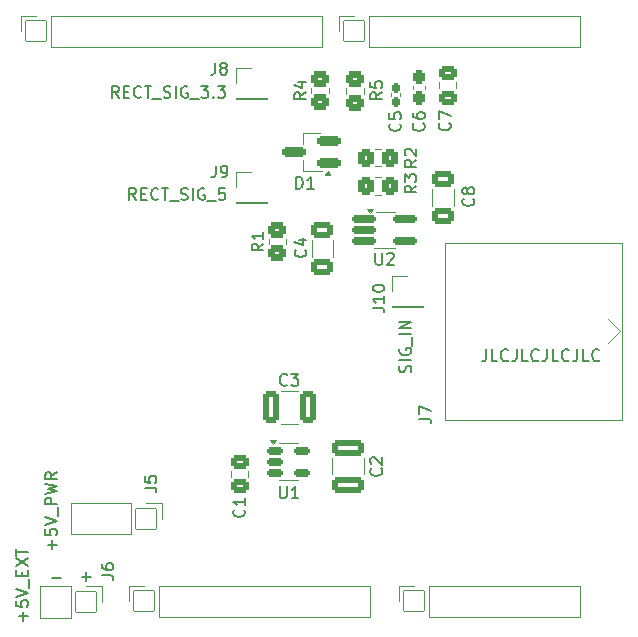
<source format=gto>
G04 #@! TF.GenerationSoftware,KiCad,Pcbnew,8.0.6*
G04 #@! TF.CreationDate,2024-12-04T19:19:15+01:00*
G04 #@! TF.ProjectId,Shield_Frequency_meter_STM32,53686965-6c64-45f4-9672-657175656e63,rev?*
G04 #@! TF.SameCoordinates,Original*
G04 #@! TF.FileFunction,Legend,Top*
G04 #@! TF.FilePolarity,Positive*
%FSLAX46Y46*%
G04 Gerber Fmt 4.6, Leading zero omitted, Abs format (unit mm)*
G04 Created by KiCad (PCBNEW 8.0.6) date 2024-12-04 19:19:15*
%MOMM*%
%LPD*%
G01*
G04 APERTURE LIST*
G04 Aperture macros list*
%AMRoundRect*
0 Rectangle with rounded corners*
0 $1 Rounding radius*
0 $2 $3 $4 $5 $6 $7 $8 $9 X,Y pos of 4 corners*
0 Add a 4 corners polygon primitive as box body*
4,1,4,$2,$3,$4,$5,$6,$7,$8,$9,$2,$3,0*
0 Add four circle primitives for the rounded corners*
1,1,$1+$1,$2,$3*
1,1,$1+$1,$4,$5*
1,1,$1+$1,$6,$7*
1,1,$1+$1,$8,$9*
0 Add four rect primitives between the rounded corners*
20,1,$1+$1,$2,$3,$4,$5,0*
20,1,$1+$1,$4,$5,$6,$7,0*
20,1,$1+$1,$6,$7,$8,$9,0*
20,1,$1+$1,$8,$9,$2,$3,0*%
G04 Aperture macros list end*
%ADD10C,0.153000*%
%ADD11C,0.120000*%
%ADD12RoundRect,0.038000X0.850000X-0.850000X0.850000X0.850000X-0.850000X0.850000X-0.850000X-0.850000X0*%
%ADD13O,1.776000X1.776000*%
%ADD14RoundRect,0.038000X-0.850000X0.850000X-0.850000X-0.850000X0.850000X-0.850000X0.850000X0.850000X0*%
%ADD15RoundRect,0.265833X0.472167X-0.372167X0.472167X0.372167X-0.472167X0.372167X-0.472167X-0.372167X0*%
%ADD16RoundRect,0.264339X-0.436161X-1.123661X0.436161X-1.123661X0.436161X1.123661X-0.436161X1.123661X0*%
%ADD17RoundRect,0.174000X-0.174000X0.231500X-0.174000X-0.231500X0.174000X-0.231500X0.174000X0.231500X0*%
%ADD18RoundRect,0.264339X-0.673661X0.436161X-0.673661X-0.436161X0.673661X-0.436161X0.673661X0.436161X0*%
%ADD19RoundRect,0.265833X-0.372167X-0.472167X0.372167X-0.472167X0.372167X0.472167X-0.372167X0.472167X0*%
%ADD20C,3.276000*%
%ADD21RoundRect,0.264339X-1.123661X0.436161X-1.123661X-0.436161X1.123661X-0.436161X1.123661X0.436161X0*%
%ADD22RoundRect,0.265833X0.372167X0.472167X-0.372167X0.472167X-0.372167X-0.472167X0.372167X-0.472167X0*%
%ADD23RoundRect,0.169000X-0.531500X-0.169000X0.531500X-0.169000X0.531500X0.169000X-0.531500X0.169000X0*%
%ADD24RoundRect,0.265833X-0.472167X0.372167X-0.472167X-0.372167X0.472167X-0.372167X0.472167X0.372167X0*%
%ADD25RoundRect,0.256500X-0.256500X0.319000X-0.256500X-0.319000X0.256500X-0.319000X0.256500X0.319000X0*%
%ADD26RoundRect,0.181500X-0.856500X-0.181500X0.856500X-0.181500X0.856500X0.181500X-0.856500X0.181500X0*%
%ADD27C,1.776000*%
%ADD28RoundRect,0.264339X0.673661X-0.436161X0.673661X0.436161X-0.673661X0.436161X-0.673661X-0.436161X0*%
%ADD29O,2.576000X1.676000*%
%ADD30O,7.076000X3.576000*%
%ADD31RoundRect,0.266170X-0.496830X0.359330X-0.496830X-0.359330X0.496830X-0.359330X0.496830X0.359330X0*%
%ADD32RoundRect,0.219000X0.769000X0.219000X-0.769000X0.219000X-0.769000X-0.219000X0.769000X-0.219000X0*%
G04 APERTURE END LIST*
D10*
X120138710Y-93061247D02*
X120138710Y-92299343D01*
X120519663Y-92680295D02*
X119757758Y-92680295D01*
X119519663Y-91346962D02*
X119519663Y-91823152D01*
X119519663Y-91823152D02*
X119995853Y-91870771D01*
X119995853Y-91870771D02*
X119948234Y-91823152D01*
X119948234Y-91823152D02*
X119900615Y-91727914D01*
X119900615Y-91727914D02*
X119900615Y-91489819D01*
X119900615Y-91489819D02*
X119948234Y-91394581D01*
X119948234Y-91394581D02*
X119995853Y-91346962D01*
X119995853Y-91346962D02*
X120091091Y-91299343D01*
X120091091Y-91299343D02*
X120329186Y-91299343D01*
X120329186Y-91299343D02*
X120424424Y-91346962D01*
X120424424Y-91346962D02*
X120472044Y-91394581D01*
X120472044Y-91394581D02*
X120519663Y-91489819D01*
X120519663Y-91489819D02*
X120519663Y-91727914D01*
X120519663Y-91727914D02*
X120472044Y-91823152D01*
X120472044Y-91823152D02*
X120424424Y-91870771D01*
X119519663Y-91013628D02*
X120519663Y-90680295D01*
X120519663Y-90680295D02*
X119519663Y-90346962D01*
X120614901Y-90251724D02*
X120614901Y-89489819D01*
X120519663Y-89251723D02*
X119519663Y-89251723D01*
X119519663Y-89251723D02*
X119519663Y-88870771D01*
X119519663Y-88870771D02*
X119567282Y-88775533D01*
X119567282Y-88775533D02*
X119614901Y-88727914D01*
X119614901Y-88727914D02*
X119710139Y-88680295D01*
X119710139Y-88680295D02*
X119852996Y-88680295D01*
X119852996Y-88680295D02*
X119948234Y-88727914D01*
X119948234Y-88727914D02*
X119995853Y-88775533D01*
X119995853Y-88775533D02*
X120043472Y-88870771D01*
X120043472Y-88870771D02*
X120043472Y-89251723D01*
X119519663Y-88346961D02*
X120519663Y-88108866D01*
X120519663Y-88108866D02*
X119805377Y-87918390D01*
X119805377Y-87918390D02*
X120519663Y-87727914D01*
X120519663Y-87727914D02*
X119519663Y-87489819D01*
X120519663Y-86537438D02*
X120043472Y-86870771D01*
X120519663Y-87108866D02*
X119519663Y-87108866D01*
X119519663Y-87108866D02*
X119519663Y-86727914D01*
X119519663Y-86727914D02*
X119567282Y-86632676D01*
X119567282Y-86632676D02*
X119614901Y-86585057D01*
X119614901Y-86585057D02*
X119710139Y-86537438D01*
X119710139Y-86537438D02*
X119852996Y-86537438D01*
X119852996Y-86537438D02*
X119948234Y-86585057D01*
X119948234Y-86585057D02*
X119995853Y-86632676D01*
X119995853Y-86632676D02*
X120043472Y-86727914D01*
X120043472Y-86727914D02*
X120043472Y-87108866D01*
X150472044Y-78058866D02*
X150519663Y-77916009D01*
X150519663Y-77916009D02*
X150519663Y-77677914D01*
X150519663Y-77677914D02*
X150472044Y-77582676D01*
X150472044Y-77582676D02*
X150424424Y-77535057D01*
X150424424Y-77535057D02*
X150329186Y-77487438D01*
X150329186Y-77487438D02*
X150233948Y-77487438D01*
X150233948Y-77487438D02*
X150138710Y-77535057D01*
X150138710Y-77535057D02*
X150091091Y-77582676D01*
X150091091Y-77582676D02*
X150043472Y-77677914D01*
X150043472Y-77677914D02*
X149995853Y-77868390D01*
X149995853Y-77868390D02*
X149948234Y-77963628D01*
X149948234Y-77963628D02*
X149900615Y-78011247D01*
X149900615Y-78011247D02*
X149805377Y-78058866D01*
X149805377Y-78058866D02*
X149710139Y-78058866D01*
X149710139Y-78058866D02*
X149614901Y-78011247D01*
X149614901Y-78011247D02*
X149567282Y-77963628D01*
X149567282Y-77963628D02*
X149519663Y-77868390D01*
X149519663Y-77868390D02*
X149519663Y-77630295D01*
X149519663Y-77630295D02*
X149567282Y-77487438D01*
X150519663Y-77058866D02*
X149519663Y-77058866D01*
X149567282Y-76058867D02*
X149519663Y-76154105D01*
X149519663Y-76154105D02*
X149519663Y-76296962D01*
X149519663Y-76296962D02*
X149567282Y-76439819D01*
X149567282Y-76439819D02*
X149662520Y-76535057D01*
X149662520Y-76535057D02*
X149757758Y-76582676D01*
X149757758Y-76582676D02*
X149948234Y-76630295D01*
X149948234Y-76630295D02*
X150091091Y-76630295D01*
X150091091Y-76630295D02*
X150281567Y-76582676D01*
X150281567Y-76582676D02*
X150376805Y-76535057D01*
X150376805Y-76535057D02*
X150472044Y-76439819D01*
X150472044Y-76439819D02*
X150519663Y-76296962D01*
X150519663Y-76296962D02*
X150519663Y-76201724D01*
X150519663Y-76201724D02*
X150472044Y-76058867D01*
X150472044Y-76058867D02*
X150424424Y-76011248D01*
X150424424Y-76011248D02*
X150091091Y-76011248D01*
X150091091Y-76011248D02*
X150091091Y-76201724D01*
X150614901Y-75820772D02*
X150614901Y-75058867D01*
X150519663Y-74820771D02*
X149519663Y-74820771D01*
X150519663Y-74344581D02*
X149519663Y-74344581D01*
X149519663Y-74344581D02*
X150519663Y-73773153D01*
X150519663Y-73773153D02*
X149519663Y-73773153D01*
X127210180Y-63469663D02*
X126876847Y-62993472D01*
X126638752Y-63469663D02*
X126638752Y-62469663D01*
X126638752Y-62469663D02*
X127019704Y-62469663D01*
X127019704Y-62469663D02*
X127114942Y-62517282D01*
X127114942Y-62517282D02*
X127162561Y-62564901D01*
X127162561Y-62564901D02*
X127210180Y-62660139D01*
X127210180Y-62660139D02*
X127210180Y-62802996D01*
X127210180Y-62802996D02*
X127162561Y-62898234D01*
X127162561Y-62898234D02*
X127114942Y-62945853D01*
X127114942Y-62945853D02*
X127019704Y-62993472D01*
X127019704Y-62993472D02*
X126638752Y-62993472D01*
X127638752Y-62945853D02*
X127972085Y-62945853D01*
X128114942Y-63469663D02*
X127638752Y-63469663D01*
X127638752Y-63469663D02*
X127638752Y-62469663D01*
X127638752Y-62469663D02*
X128114942Y-62469663D01*
X129114942Y-63374424D02*
X129067323Y-63422044D01*
X129067323Y-63422044D02*
X128924466Y-63469663D01*
X128924466Y-63469663D02*
X128829228Y-63469663D01*
X128829228Y-63469663D02*
X128686371Y-63422044D01*
X128686371Y-63422044D02*
X128591133Y-63326805D01*
X128591133Y-63326805D02*
X128543514Y-63231567D01*
X128543514Y-63231567D02*
X128495895Y-63041091D01*
X128495895Y-63041091D02*
X128495895Y-62898234D01*
X128495895Y-62898234D02*
X128543514Y-62707758D01*
X128543514Y-62707758D02*
X128591133Y-62612520D01*
X128591133Y-62612520D02*
X128686371Y-62517282D01*
X128686371Y-62517282D02*
X128829228Y-62469663D01*
X128829228Y-62469663D02*
X128924466Y-62469663D01*
X128924466Y-62469663D02*
X129067323Y-62517282D01*
X129067323Y-62517282D02*
X129114942Y-62564901D01*
X129400657Y-62469663D02*
X129972085Y-62469663D01*
X129686371Y-63469663D02*
X129686371Y-62469663D01*
X130067324Y-63564901D02*
X130829228Y-63564901D01*
X131019705Y-63422044D02*
X131162562Y-63469663D01*
X131162562Y-63469663D02*
X131400657Y-63469663D01*
X131400657Y-63469663D02*
X131495895Y-63422044D01*
X131495895Y-63422044D02*
X131543514Y-63374424D01*
X131543514Y-63374424D02*
X131591133Y-63279186D01*
X131591133Y-63279186D02*
X131591133Y-63183948D01*
X131591133Y-63183948D02*
X131543514Y-63088710D01*
X131543514Y-63088710D02*
X131495895Y-63041091D01*
X131495895Y-63041091D02*
X131400657Y-62993472D01*
X131400657Y-62993472D02*
X131210181Y-62945853D01*
X131210181Y-62945853D02*
X131114943Y-62898234D01*
X131114943Y-62898234D02*
X131067324Y-62850615D01*
X131067324Y-62850615D02*
X131019705Y-62755377D01*
X131019705Y-62755377D02*
X131019705Y-62660139D01*
X131019705Y-62660139D02*
X131067324Y-62564901D01*
X131067324Y-62564901D02*
X131114943Y-62517282D01*
X131114943Y-62517282D02*
X131210181Y-62469663D01*
X131210181Y-62469663D02*
X131448276Y-62469663D01*
X131448276Y-62469663D02*
X131591133Y-62517282D01*
X132019705Y-63469663D02*
X132019705Y-62469663D01*
X133019704Y-62517282D02*
X132924466Y-62469663D01*
X132924466Y-62469663D02*
X132781609Y-62469663D01*
X132781609Y-62469663D02*
X132638752Y-62517282D01*
X132638752Y-62517282D02*
X132543514Y-62612520D01*
X132543514Y-62612520D02*
X132495895Y-62707758D01*
X132495895Y-62707758D02*
X132448276Y-62898234D01*
X132448276Y-62898234D02*
X132448276Y-63041091D01*
X132448276Y-63041091D02*
X132495895Y-63231567D01*
X132495895Y-63231567D02*
X132543514Y-63326805D01*
X132543514Y-63326805D02*
X132638752Y-63422044D01*
X132638752Y-63422044D02*
X132781609Y-63469663D01*
X132781609Y-63469663D02*
X132876847Y-63469663D01*
X132876847Y-63469663D02*
X133019704Y-63422044D01*
X133019704Y-63422044D02*
X133067323Y-63374424D01*
X133067323Y-63374424D02*
X133067323Y-63041091D01*
X133067323Y-63041091D02*
X132876847Y-63041091D01*
X133257800Y-63564901D02*
X134019704Y-63564901D01*
X134733990Y-62469663D02*
X134257800Y-62469663D01*
X134257800Y-62469663D02*
X134210181Y-62945853D01*
X134210181Y-62945853D02*
X134257800Y-62898234D01*
X134257800Y-62898234D02*
X134353038Y-62850615D01*
X134353038Y-62850615D02*
X134591133Y-62850615D01*
X134591133Y-62850615D02*
X134686371Y-62898234D01*
X134686371Y-62898234D02*
X134733990Y-62945853D01*
X134733990Y-62945853D02*
X134781609Y-63041091D01*
X134781609Y-63041091D02*
X134781609Y-63279186D01*
X134781609Y-63279186D02*
X134733990Y-63374424D01*
X134733990Y-63374424D02*
X134686371Y-63422044D01*
X134686371Y-63422044D02*
X134591133Y-63469663D01*
X134591133Y-63469663D02*
X134353038Y-63469663D01*
X134353038Y-63469663D02*
X134257800Y-63422044D01*
X134257800Y-63422044D02*
X134210181Y-63374424D01*
X156874466Y-76119663D02*
X156874466Y-76833948D01*
X156874466Y-76833948D02*
X156826847Y-76976805D01*
X156826847Y-76976805D02*
X156731609Y-77072044D01*
X156731609Y-77072044D02*
X156588752Y-77119663D01*
X156588752Y-77119663D02*
X156493514Y-77119663D01*
X157826847Y-77119663D02*
X157350657Y-77119663D01*
X157350657Y-77119663D02*
X157350657Y-76119663D01*
X158731609Y-77024424D02*
X158683990Y-77072044D01*
X158683990Y-77072044D02*
X158541133Y-77119663D01*
X158541133Y-77119663D02*
X158445895Y-77119663D01*
X158445895Y-77119663D02*
X158303038Y-77072044D01*
X158303038Y-77072044D02*
X158207800Y-76976805D01*
X158207800Y-76976805D02*
X158160181Y-76881567D01*
X158160181Y-76881567D02*
X158112562Y-76691091D01*
X158112562Y-76691091D02*
X158112562Y-76548234D01*
X158112562Y-76548234D02*
X158160181Y-76357758D01*
X158160181Y-76357758D02*
X158207800Y-76262520D01*
X158207800Y-76262520D02*
X158303038Y-76167282D01*
X158303038Y-76167282D02*
X158445895Y-76119663D01*
X158445895Y-76119663D02*
X158541133Y-76119663D01*
X158541133Y-76119663D02*
X158683990Y-76167282D01*
X158683990Y-76167282D02*
X158731609Y-76214901D01*
X159445895Y-76119663D02*
X159445895Y-76833948D01*
X159445895Y-76833948D02*
X159398276Y-76976805D01*
X159398276Y-76976805D02*
X159303038Y-77072044D01*
X159303038Y-77072044D02*
X159160181Y-77119663D01*
X159160181Y-77119663D02*
X159064943Y-77119663D01*
X160398276Y-77119663D02*
X159922086Y-77119663D01*
X159922086Y-77119663D02*
X159922086Y-76119663D01*
X161303038Y-77024424D02*
X161255419Y-77072044D01*
X161255419Y-77072044D02*
X161112562Y-77119663D01*
X161112562Y-77119663D02*
X161017324Y-77119663D01*
X161017324Y-77119663D02*
X160874467Y-77072044D01*
X160874467Y-77072044D02*
X160779229Y-76976805D01*
X160779229Y-76976805D02*
X160731610Y-76881567D01*
X160731610Y-76881567D02*
X160683991Y-76691091D01*
X160683991Y-76691091D02*
X160683991Y-76548234D01*
X160683991Y-76548234D02*
X160731610Y-76357758D01*
X160731610Y-76357758D02*
X160779229Y-76262520D01*
X160779229Y-76262520D02*
X160874467Y-76167282D01*
X160874467Y-76167282D02*
X161017324Y-76119663D01*
X161017324Y-76119663D02*
X161112562Y-76119663D01*
X161112562Y-76119663D02*
X161255419Y-76167282D01*
X161255419Y-76167282D02*
X161303038Y-76214901D01*
X162017324Y-76119663D02*
X162017324Y-76833948D01*
X162017324Y-76833948D02*
X161969705Y-76976805D01*
X161969705Y-76976805D02*
X161874467Y-77072044D01*
X161874467Y-77072044D02*
X161731610Y-77119663D01*
X161731610Y-77119663D02*
X161636372Y-77119663D01*
X162969705Y-77119663D02*
X162493515Y-77119663D01*
X162493515Y-77119663D02*
X162493515Y-76119663D01*
X163874467Y-77024424D02*
X163826848Y-77072044D01*
X163826848Y-77072044D02*
X163683991Y-77119663D01*
X163683991Y-77119663D02*
X163588753Y-77119663D01*
X163588753Y-77119663D02*
X163445896Y-77072044D01*
X163445896Y-77072044D02*
X163350658Y-76976805D01*
X163350658Y-76976805D02*
X163303039Y-76881567D01*
X163303039Y-76881567D02*
X163255420Y-76691091D01*
X163255420Y-76691091D02*
X163255420Y-76548234D01*
X163255420Y-76548234D02*
X163303039Y-76357758D01*
X163303039Y-76357758D02*
X163350658Y-76262520D01*
X163350658Y-76262520D02*
X163445896Y-76167282D01*
X163445896Y-76167282D02*
X163588753Y-76119663D01*
X163588753Y-76119663D02*
X163683991Y-76119663D01*
X163683991Y-76119663D02*
X163826848Y-76167282D01*
X163826848Y-76167282D02*
X163874467Y-76214901D01*
X164588753Y-76119663D02*
X164588753Y-76833948D01*
X164588753Y-76833948D02*
X164541134Y-76976805D01*
X164541134Y-76976805D02*
X164445896Y-77072044D01*
X164445896Y-77072044D02*
X164303039Y-77119663D01*
X164303039Y-77119663D02*
X164207801Y-77119663D01*
X165541134Y-77119663D02*
X165064944Y-77119663D01*
X165064944Y-77119663D02*
X165064944Y-76119663D01*
X166445896Y-77024424D02*
X166398277Y-77072044D01*
X166398277Y-77072044D02*
X166255420Y-77119663D01*
X166255420Y-77119663D02*
X166160182Y-77119663D01*
X166160182Y-77119663D02*
X166017325Y-77072044D01*
X166017325Y-77072044D02*
X165922087Y-76976805D01*
X165922087Y-76976805D02*
X165874468Y-76881567D01*
X165874468Y-76881567D02*
X165826849Y-76691091D01*
X165826849Y-76691091D02*
X165826849Y-76548234D01*
X165826849Y-76548234D02*
X165874468Y-76357758D01*
X165874468Y-76357758D02*
X165922087Y-76262520D01*
X165922087Y-76262520D02*
X166017325Y-76167282D01*
X166017325Y-76167282D02*
X166160182Y-76119663D01*
X166160182Y-76119663D02*
X166255420Y-76119663D01*
X166255420Y-76119663D02*
X166398277Y-76167282D01*
X166398277Y-76167282D02*
X166445896Y-76214901D01*
X120088752Y-95488710D02*
X120850657Y-95488710D01*
X117688710Y-99111247D02*
X117688710Y-98349343D01*
X118069663Y-98730295D02*
X117307758Y-98730295D01*
X117069663Y-97396962D02*
X117069663Y-97873152D01*
X117069663Y-97873152D02*
X117545853Y-97920771D01*
X117545853Y-97920771D02*
X117498234Y-97873152D01*
X117498234Y-97873152D02*
X117450615Y-97777914D01*
X117450615Y-97777914D02*
X117450615Y-97539819D01*
X117450615Y-97539819D02*
X117498234Y-97444581D01*
X117498234Y-97444581D02*
X117545853Y-97396962D01*
X117545853Y-97396962D02*
X117641091Y-97349343D01*
X117641091Y-97349343D02*
X117879186Y-97349343D01*
X117879186Y-97349343D02*
X117974424Y-97396962D01*
X117974424Y-97396962D02*
X118022044Y-97444581D01*
X118022044Y-97444581D02*
X118069663Y-97539819D01*
X118069663Y-97539819D02*
X118069663Y-97777914D01*
X118069663Y-97777914D02*
X118022044Y-97873152D01*
X118022044Y-97873152D02*
X117974424Y-97920771D01*
X117069663Y-97063628D02*
X118069663Y-96730295D01*
X118069663Y-96730295D02*
X117069663Y-96396962D01*
X118164901Y-96301724D02*
X118164901Y-95539819D01*
X117545853Y-95301723D02*
X117545853Y-94968390D01*
X118069663Y-94825533D02*
X118069663Y-95301723D01*
X118069663Y-95301723D02*
X117069663Y-95301723D01*
X117069663Y-95301723D02*
X117069663Y-94825533D01*
X117069663Y-94492199D02*
X118069663Y-93825533D01*
X117069663Y-93825533D02*
X118069663Y-94492199D01*
X117069663Y-93587437D02*
X117069663Y-93016009D01*
X118069663Y-93301723D02*
X117069663Y-93301723D01*
X125760180Y-54819663D02*
X125426847Y-54343472D01*
X125188752Y-54819663D02*
X125188752Y-53819663D01*
X125188752Y-53819663D02*
X125569704Y-53819663D01*
X125569704Y-53819663D02*
X125664942Y-53867282D01*
X125664942Y-53867282D02*
X125712561Y-53914901D01*
X125712561Y-53914901D02*
X125760180Y-54010139D01*
X125760180Y-54010139D02*
X125760180Y-54152996D01*
X125760180Y-54152996D02*
X125712561Y-54248234D01*
X125712561Y-54248234D02*
X125664942Y-54295853D01*
X125664942Y-54295853D02*
X125569704Y-54343472D01*
X125569704Y-54343472D02*
X125188752Y-54343472D01*
X126188752Y-54295853D02*
X126522085Y-54295853D01*
X126664942Y-54819663D02*
X126188752Y-54819663D01*
X126188752Y-54819663D02*
X126188752Y-53819663D01*
X126188752Y-53819663D02*
X126664942Y-53819663D01*
X127664942Y-54724424D02*
X127617323Y-54772044D01*
X127617323Y-54772044D02*
X127474466Y-54819663D01*
X127474466Y-54819663D02*
X127379228Y-54819663D01*
X127379228Y-54819663D02*
X127236371Y-54772044D01*
X127236371Y-54772044D02*
X127141133Y-54676805D01*
X127141133Y-54676805D02*
X127093514Y-54581567D01*
X127093514Y-54581567D02*
X127045895Y-54391091D01*
X127045895Y-54391091D02*
X127045895Y-54248234D01*
X127045895Y-54248234D02*
X127093514Y-54057758D01*
X127093514Y-54057758D02*
X127141133Y-53962520D01*
X127141133Y-53962520D02*
X127236371Y-53867282D01*
X127236371Y-53867282D02*
X127379228Y-53819663D01*
X127379228Y-53819663D02*
X127474466Y-53819663D01*
X127474466Y-53819663D02*
X127617323Y-53867282D01*
X127617323Y-53867282D02*
X127664942Y-53914901D01*
X127950657Y-53819663D02*
X128522085Y-53819663D01*
X128236371Y-54819663D02*
X128236371Y-53819663D01*
X128617324Y-54914901D02*
X129379228Y-54914901D01*
X129569705Y-54772044D02*
X129712562Y-54819663D01*
X129712562Y-54819663D02*
X129950657Y-54819663D01*
X129950657Y-54819663D02*
X130045895Y-54772044D01*
X130045895Y-54772044D02*
X130093514Y-54724424D01*
X130093514Y-54724424D02*
X130141133Y-54629186D01*
X130141133Y-54629186D02*
X130141133Y-54533948D01*
X130141133Y-54533948D02*
X130093514Y-54438710D01*
X130093514Y-54438710D02*
X130045895Y-54391091D01*
X130045895Y-54391091D02*
X129950657Y-54343472D01*
X129950657Y-54343472D02*
X129760181Y-54295853D01*
X129760181Y-54295853D02*
X129664943Y-54248234D01*
X129664943Y-54248234D02*
X129617324Y-54200615D01*
X129617324Y-54200615D02*
X129569705Y-54105377D01*
X129569705Y-54105377D02*
X129569705Y-54010139D01*
X129569705Y-54010139D02*
X129617324Y-53914901D01*
X129617324Y-53914901D02*
X129664943Y-53867282D01*
X129664943Y-53867282D02*
X129760181Y-53819663D01*
X129760181Y-53819663D02*
X129998276Y-53819663D01*
X129998276Y-53819663D02*
X130141133Y-53867282D01*
X130569705Y-54819663D02*
X130569705Y-53819663D01*
X131569704Y-53867282D02*
X131474466Y-53819663D01*
X131474466Y-53819663D02*
X131331609Y-53819663D01*
X131331609Y-53819663D02*
X131188752Y-53867282D01*
X131188752Y-53867282D02*
X131093514Y-53962520D01*
X131093514Y-53962520D02*
X131045895Y-54057758D01*
X131045895Y-54057758D02*
X130998276Y-54248234D01*
X130998276Y-54248234D02*
X130998276Y-54391091D01*
X130998276Y-54391091D02*
X131045895Y-54581567D01*
X131045895Y-54581567D02*
X131093514Y-54676805D01*
X131093514Y-54676805D02*
X131188752Y-54772044D01*
X131188752Y-54772044D02*
X131331609Y-54819663D01*
X131331609Y-54819663D02*
X131426847Y-54819663D01*
X131426847Y-54819663D02*
X131569704Y-54772044D01*
X131569704Y-54772044D02*
X131617323Y-54724424D01*
X131617323Y-54724424D02*
X131617323Y-54391091D01*
X131617323Y-54391091D02*
X131426847Y-54391091D01*
X131807800Y-54914901D02*
X132569704Y-54914901D01*
X132712562Y-53819663D02*
X133331609Y-53819663D01*
X133331609Y-53819663D02*
X132998276Y-54200615D01*
X132998276Y-54200615D02*
X133141133Y-54200615D01*
X133141133Y-54200615D02*
X133236371Y-54248234D01*
X133236371Y-54248234D02*
X133283990Y-54295853D01*
X133283990Y-54295853D02*
X133331609Y-54391091D01*
X133331609Y-54391091D02*
X133331609Y-54629186D01*
X133331609Y-54629186D02*
X133283990Y-54724424D01*
X133283990Y-54724424D02*
X133236371Y-54772044D01*
X133236371Y-54772044D02*
X133141133Y-54819663D01*
X133141133Y-54819663D02*
X132855419Y-54819663D01*
X132855419Y-54819663D02*
X132760181Y-54772044D01*
X132760181Y-54772044D02*
X132712562Y-54724424D01*
X133760181Y-54724424D02*
X133807800Y-54772044D01*
X133807800Y-54772044D02*
X133760181Y-54819663D01*
X133760181Y-54819663D02*
X133712562Y-54772044D01*
X133712562Y-54772044D02*
X133760181Y-54724424D01*
X133760181Y-54724424D02*
X133760181Y-54819663D01*
X134141133Y-53819663D02*
X134760180Y-53819663D01*
X134760180Y-53819663D02*
X134426847Y-54200615D01*
X134426847Y-54200615D02*
X134569704Y-54200615D01*
X134569704Y-54200615D02*
X134664942Y-54248234D01*
X134664942Y-54248234D02*
X134712561Y-54295853D01*
X134712561Y-54295853D02*
X134760180Y-54391091D01*
X134760180Y-54391091D02*
X134760180Y-54629186D01*
X134760180Y-54629186D02*
X134712561Y-54724424D01*
X134712561Y-54724424D02*
X134664942Y-54772044D01*
X134664942Y-54772044D02*
X134569704Y-54819663D01*
X134569704Y-54819663D02*
X134283990Y-54819663D01*
X134283990Y-54819663D02*
X134188752Y-54772044D01*
X134188752Y-54772044D02*
X134141133Y-54724424D01*
X122638752Y-95388710D02*
X123400657Y-95388710D01*
X123019704Y-95769663D02*
X123019704Y-95007758D01*
X124304663Y-95233333D02*
X125018948Y-95233333D01*
X125018948Y-95233333D02*
X125161805Y-95280952D01*
X125161805Y-95280952D02*
X125257044Y-95376190D01*
X125257044Y-95376190D02*
X125304663Y-95519047D01*
X125304663Y-95519047D02*
X125304663Y-95614285D01*
X124304663Y-94328571D02*
X124304663Y-94519047D01*
X124304663Y-94519047D02*
X124352282Y-94614285D01*
X124352282Y-94614285D02*
X124399901Y-94661904D01*
X124399901Y-94661904D02*
X124542758Y-94757142D01*
X124542758Y-94757142D02*
X124733234Y-94804761D01*
X124733234Y-94804761D02*
X125114186Y-94804761D01*
X125114186Y-94804761D02*
X125209424Y-94757142D01*
X125209424Y-94757142D02*
X125257044Y-94709523D01*
X125257044Y-94709523D02*
X125304663Y-94614285D01*
X125304663Y-94614285D02*
X125304663Y-94423809D01*
X125304663Y-94423809D02*
X125257044Y-94328571D01*
X125257044Y-94328571D02*
X125209424Y-94280952D01*
X125209424Y-94280952D02*
X125114186Y-94233333D01*
X125114186Y-94233333D02*
X124876091Y-94233333D01*
X124876091Y-94233333D02*
X124780853Y-94280952D01*
X124780853Y-94280952D02*
X124733234Y-94328571D01*
X124733234Y-94328571D02*
X124685615Y-94423809D01*
X124685615Y-94423809D02*
X124685615Y-94614285D01*
X124685615Y-94614285D02*
X124733234Y-94709523D01*
X124733234Y-94709523D02*
X124780853Y-94757142D01*
X124780853Y-94757142D02*
X124876091Y-94804761D01*
X141604663Y-54366666D02*
X141128472Y-54699999D01*
X141604663Y-54938094D02*
X140604663Y-54938094D01*
X140604663Y-54938094D02*
X140604663Y-54557142D01*
X140604663Y-54557142D02*
X140652282Y-54461904D01*
X140652282Y-54461904D02*
X140699901Y-54414285D01*
X140699901Y-54414285D02*
X140795139Y-54366666D01*
X140795139Y-54366666D02*
X140937996Y-54366666D01*
X140937996Y-54366666D02*
X141033234Y-54414285D01*
X141033234Y-54414285D02*
X141080853Y-54461904D01*
X141080853Y-54461904D02*
X141128472Y-54557142D01*
X141128472Y-54557142D02*
X141128472Y-54938094D01*
X140937996Y-53509523D02*
X141604663Y-53509523D01*
X140557044Y-53747618D02*
X141271329Y-53985713D01*
X141271329Y-53985713D02*
X141271329Y-53366666D01*
X140020833Y-79096924D02*
X139973214Y-79144544D01*
X139973214Y-79144544D02*
X139830357Y-79192163D01*
X139830357Y-79192163D02*
X139735119Y-79192163D01*
X139735119Y-79192163D02*
X139592262Y-79144544D01*
X139592262Y-79144544D02*
X139497024Y-79049305D01*
X139497024Y-79049305D02*
X139449405Y-78954067D01*
X139449405Y-78954067D02*
X139401786Y-78763591D01*
X139401786Y-78763591D02*
X139401786Y-78620734D01*
X139401786Y-78620734D02*
X139449405Y-78430258D01*
X139449405Y-78430258D02*
X139497024Y-78335020D01*
X139497024Y-78335020D02*
X139592262Y-78239782D01*
X139592262Y-78239782D02*
X139735119Y-78192163D01*
X139735119Y-78192163D02*
X139830357Y-78192163D01*
X139830357Y-78192163D02*
X139973214Y-78239782D01*
X139973214Y-78239782D02*
X140020833Y-78287401D01*
X140354167Y-78192163D02*
X140973214Y-78192163D01*
X140973214Y-78192163D02*
X140639881Y-78573115D01*
X140639881Y-78573115D02*
X140782738Y-78573115D01*
X140782738Y-78573115D02*
X140877976Y-78620734D01*
X140877976Y-78620734D02*
X140925595Y-78668353D01*
X140925595Y-78668353D02*
X140973214Y-78763591D01*
X140973214Y-78763591D02*
X140973214Y-79001686D01*
X140973214Y-79001686D02*
X140925595Y-79096924D01*
X140925595Y-79096924D02*
X140877976Y-79144544D01*
X140877976Y-79144544D02*
X140782738Y-79192163D01*
X140782738Y-79192163D02*
X140497024Y-79192163D01*
X140497024Y-79192163D02*
X140401786Y-79144544D01*
X140401786Y-79144544D02*
X140354167Y-79096924D01*
X149559424Y-57016666D02*
X149607044Y-57064285D01*
X149607044Y-57064285D02*
X149654663Y-57207142D01*
X149654663Y-57207142D02*
X149654663Y-57302380D01*
X149654663Y-57302380D02*
X149607044Y-57445237D01*
X149607044Y-57445237D02*
X149511805Y-57540475D01*
X149511805Y-57540475D02*
X149416567Y-57588094D01*
X149416567Y-57588094D02*
X149226091Y-57635713D01*
X149226091Y-57635713D02*
X149083234Y-57635713D01*
X149083234Y-57635713D02*
X148892758Y-57588094D01*
X148892758Y-57588094D02*
X148797520Y-57540475D01*
X148797520Y-57540475D02*
X148702282Y-57445237D01*
X148702282Y-57445237D02*
X148654663Y-57302380D01*
X148654663Y-57302380D02*
X148654663Y-57207142D01*
X148654663Y-57207142D02*
X148702282Y-57064285D01*
X148702282Y-57064285D02*
X148749901Y-57016666D01*
X148654663Y-56111904D02*
X148654663Y-56588094D01*
X148654663Y-56588094D02*
X149130853Y-56635713D01*
X149130853Y-56635713D02*
X149083234Y-56588094D01*
X149083234Y-56588094D02*
X149035615Y-56492856D01*
X149035615Y-56492856D02*
X149035615Y-56254761D01*
X149035615Y-56254761D02*
X149083234Y-56159523D01*
X149083234Y-56159523D02*
X149130853Y-56111904D01*
X149130853Y-56111904D02*
X149226091Y-56064285D01*
X149226091Y-56064285D02*
X149464186Y-56064285D01*
X149464186Y-56064285D02*
X149559424Y-56111904D01*
X149559424Y-56111904D02*
X149607044Y-56159523D01*
X149607044Y-56159523D02*
X149654663Y-56254761D01*
X149654663Y-56254761D02*
X149654663Y-56492856D01*
X149654663Y-56492856D02*
X149607044Y-56588094D01*
X149607044Y-56588094D02*
X149559424Y-56635713D01*
X141559424Y-67679166D02*
X141607044Y-67726785D01*
X141607044Y-67726785D02*
X141654663Y-67869642D01*
X141654663Y-67869642D02*
X141654663Y-67964880D01*
X141654663Y-67964880D02*
X141607044Y-68107737D01*
X141607044Y-68107737D02*
X141511805Y-68202975D01*
X141511805Y-68202975D02*
X141416567Y-68250594D01*
X141416567Y-68250594D02*
X141226091Y-68298213D01*
X141226091Y-68298213D02*
X141083234Y-68298213D01*
X141083234Y-68298213D02*
X140892758Y-68250594D01*
X140892758Y-68250594D02*
X140797520Y-68202975D01*
X140797520Y-68202975D02*
X140702282Y-68107737D01*
X140702282Y-68107737D02*
X140654663Y-67964880D01*
X140654663Y-67964880D02*
X140654663Y-67869642D01*
X140654663Y-67869642D02*
X140702282Y-67726785D01*
X140702282Y-67726785D02*
X140749901Y-67679166D01*
X140987996Y-66822023D02*
X141654663Y-66822023D01*
X140607044Y-67060118D02*
X141321329Y-67298213D01*
X141321329Y-67298213D02*
X141321329Y-66679166D01*
X150954663Y-62266666D02*
X150478472Y-62599999D01*
X150954663Y-62838094D02*
X149954663Y-62838094D01*
X149954663Y-62838094D02*
X149954663Y-62457142D01*
X149954663Y-62457142D02*
X150002282Y-62361904D01*
X150002282Y-62361904D02*
X150049901Y-62314285D01*
X150049901Y-62314285D02*
X150145139Y-62266666D01*
X150145139Y-62266666D02*
X150287996Y-62266666D01*
X150287996Y-62266666D02*
X150383234Y-62314285D01*
X150383234Y-62314285D02*
X150430853Y-62361904D01*
X150430853Y-62361904D02*
X150478472Y-62457142D01*
X150478472Y-62457142D02*
X150478472Y-62838094D01*
X149954663Y-61933332D02*
X149954663Y-61314285D01*
X149954663Y-61314285D02*
X150335615Y-61647618D01*
X150335615Y-61647618D02*
X150335615Y-61504761D01*
X150335615Y-61504761D02*
X150383234Y-61409523D01*
X150383234Y-61409523D02*
X150430853Y-61361904D01*
X150430853Y-61361904D02*
X150526091Y-61314285D01*
X150526091Y-61314285D02*
X150764186Y-61314285D01*
X150764186Y-61314285D02*
X150859424Y-61361904D01*
X150859424Y-61361904D02*
X150907044Y-61409523D01*
X150907044Y-61409523D02*
X150954663Y-61504761D01*
X150954663Y-61504761D02*
X150954663Y-61790475D01*
X150954663Y-61790475D02*
X150907044Y-61885713D01*
X150907044Y-61885713D02*
X150859424Y-61933332D01*
X147959424Y-86204166D02*
X148007044Y-86251785D01*
X148007044Y-86251785D02*
X148054663Y-86394642D01*
X148054663Y-86394642D02*
X148054663Y-86489880D01*
X148054663Y-86489880D02*
X148007044Y-86632737D01*
X148007044Y-86632737D02*
X147911805Y-86727975D01*
X147911805Y-86727975D02*
X147816567Y-86775594D01*
X147816567Y-86775594D02*
X147626091Y-86823213D01*
X147626091Y-86823213D02*
X147483234Y-86823213D01*
X147483234Y-86823213D02*
X147292758Y-86775594D01*
X147292758Y-86775594D02*
X147197520Y-86727975D01*
X147197520Y-86727975D02*
X147102282Y-86632737D01*
X147102282Y-86632737D02*
X147054663Y-86489880D01*
X147054663Y-86489880D02*
X147054663Y-86394642D01*
X147054663Y-86394642D02*
X147102282Y-86251785D01*
X147102282Y-86251785D02*
X147149901Y-86204166D01*
X147149901Y-85823213D02*
X147102282Y-85775594D01*
X147102282Y-85775594D02*
X147054663Y-85680356D01*
X147054663Y-85680356D02*
X147054663Y-85442261D01*
X147054663Y-85442261D02*
X147102282Y-85347023D01*
X147102282Y-85347023D02*
X147149901Y-85299404D01*
X147149901Y-85299404D02*
X147245139Y-85251785D01*
X147245139Y-85251785D02*
X147340377Y-85251785D01*
X147340377Y-85251785D02*
X147483234Y-85299404D01*
X147483234Y-85299404D02*
X148054663Y-85870832D01*
X148054663Y-85870832D02*
X148054663Y-85251785D01*
X150954663Y-60066666D02*
X150478472Y-60399999D01*
X150954663Y-60638094D02*
X149954663Y-60638094D01*
X149954663Y-60638094D02*
X149954663Y-60257142D01*
X149954663Y-60257142D02*
X150002282Y-60161904D01*
X150002282Y-60161904D02*
X150049901Y-60114285D01*
X150049901Y-60114285D02*
X150145139Y-60066666D01*
X150145139Y-60066666D02*
X150287996Y-60066666D01*
X150287996Y-60066666D02*
X150383234Y-60114285D01*
X150383234Y-60114285D02*
X150430853Y-60161904D01*
X150430853Y-60161904D02*
X150478472Y-60257142D01*
X150478472Y-60257142D02*
X150478472Y-60638094D01*
X150049901Y-59685713D02*
X150002282Y-59638094D01*
X150002282Y-59638094D02*
X149954663Y-59542856D01*
X149954663Y-59542856D02*
X149954663Y-59304761D01*
X149954663Y-59304761D02*
X150002282Y-59209523D01*
X150002282Y-59209523D02*
X150049901Y-59161904D01*
X150049901Y-59161904D02*
X150145139Y-59114285D01*
X150145139Y-59114285D02*
X150240377Y-59114285D01*
X150240377Y-59114285D02*
X150383234Y-59161904D01*
X150383234Y-59161904D02*
X150954663Y-59733332D01*
X150954663Y-59733332D02*
X150954663Y-59114285D01*
X139400595Y-87717163D02*
X139400595Y-88526686D01*
X139400595Y-88526686D02*
X139448214Y-88621924D01*
X139448214Y-88621924D02*
X139495833Y-88669544D01*
X139495833Y-88669544D02*
X139591071Y-88717163D01*
X139591071Y-88717163D02*
X139781547Y-88717163D01*
X139781547Y-88717163D02*
X139876785Y-88669544D01*
X139876785Y-88669544D02*
X139924404Y-88621924D01*
X139924404Y-88621924D02*
X139972023Y-88526686D01*
X139972023Y-88526686D02*
X139972023Y-87717163D01*
X140972023Y-88717163D02*
X140400595Y-88717163D01*
X140686309Y-88717163D02*
X140686309Y-87717163D01*
X140686309Y-87717163D02*
X140591071Y-87860020D01*
X140591071Y-87860020D02*
X140495833Y-87955258D01*
X140495833Y-87955258D02*
X140400595Y-88002877D01*
X148054663Y-54366666D02*
X147578472Y-54699999D01*
X148054663Y-54938094D02*
X147054663Y-54938094D01*
X147054663Y-54938094D02*
X147054663Y-54557142D01*
X147054663Y-54557142D02*
X147102282Y-54461904D01*
X147102282Y-54461904D02*
X147149901Y-54414285D01*
X147149901Y-54414285D02*
X147245139Y-54366666D01*
X147245139Y-54366666D02*
X147387996Y-54366666D01*
X147387996Y-54366666D02*
X147483234Y-54414285D01*
X147483234Y-54414285D02*
X147530853Y-54461904D01*
X147530853Y-54461904D02*
X147578472Y-54557142D01*
X147578472Y-54557142D02*
X147578472Y-54938094D01*
X147054663Y-53461904D02*
X147054663Y-53938094D01*
X147054663Y-53938094D02*
X147530853Y-53985713D01*
X147530853Y-53985713D02*
X147483234Y-53938094D01*
X147483234Y-53938094D02*
X147435615Y-53842856D01*
X147435615Y-53842856D02*
X147435615Y-53604761D01*
X147435615Y-53604761D02*
X147483234Y-53509523D01*
X147483234Y-53509523D02*
X147530853Y-53461904D01*
X147530853Y-53461904D02*
X147626091Y-53414285D01*
X147626091Y-53414285D02*
X147864186Y-53414285D01*
X147864186Y-53414285D02*
X147959424Y-53461904D01*
X147959424Y-53461904D02*
X148007044Y-53509523D01*
X148007044Y-53509523D02*
X148054663Y-53604761D01*
X148054663Y-53604761D02*
X148054663Y-53842856D01*
X148054663Y-53842856D02*
X148007044Y-53938094D01*
X148007044Y-53938094D02*
X147959424Y-53985713D01*
X151559424Y-56991666D02*
X151607044Y-57039285D01*
X151607044Y-57039285D02*
X151654663Y-57182142D01*
X151654663Y-57182142D02*
X151654663Y-57277380D01*
X151654663Y-57277380D02*
X151607044Y-57420237D01*
X151607044Y-57420237D02*
X151511805Y-57515475D01*
X151511805Y-57515475D02*
X151416567Y-57563094D01*
X151416567Y-57563094D02*
X151226091Y-57610713D01*
X151226091Y-57610713D02*
X151083234Y-57610713D01*
X151083234Y-57610713D02*
X150892758Y-57563094D01*
X150892758Y-57563094D02*
X150797520Y-57515475D01*
X150797520Y-57515475D02*
X150702282Y-57420237D01*
X150702282Y-57420237D02*
X150654663Y-57277380D01*
X150654663Y-57277380D02*
X150654663Y-57182142D01*
X150654663Y-57182142D02*
X150702282Y-57039285D01*
X150702282Y-57039285D02*
X150749901Y-56991666D01*
X150654663Y-56134523D02*
X150654663Y-56324999D01*
X150654663Y-56324999D02*
X150702282Y-56420237D01*
X150702282Y-56420237D02*
X150749901Y-56467856D01*
X150749901Y-56467856D02*
X150892758Y-56563094D01*
X150892758Y-56563094D02*
X151083234Y-56610713D01*
X151083234Y-56610713D02*
X151464186Y-56610713D01*
X151464186Y-56610713D02*
X151559424Y-56563094D01*
X151559424Y-56563094D02*
X151607044Y-56515475D01*
X151607044Y-56515475D02*
X151654663Y-56420237D01*
X151654663Y-56420237D02*
X151654663Y-56229761D01*
X151654663Y-56229761D02*
X151607044Y-56134523D01*
X151607044Y-56134523D02*
X151559424Y-56086904D01*
X151559424Y-56086904D02*
X151464186Y-56039285D01*
X151464186Y-56039285D02*
X151226091Y-56039285D01*
X151226091Y-56039285D02*
X151130853Y-56086904D01*
X151130853Y-56086904D02*
X151083234Y-56134523D01*
X151083234Y-56134523D02*
X151035615Y-56229761D01*
X151035615Y-56229761D02*
X151035615Y-56420237D01*
X151035615Y-56420237D02*
X151083234Y-56515475D01*
X151083234Y-56515475D02*
X151130853Y-56563094D01*
X151130853Y-56563094D02*
X151226091Y-56610713D01*
X147488095Y-67954663D02*
X147488095Y-68764186D01*
X147488095Y-68764186D02*
X147535714Y-68859424D01*
X147535714Y-68859424D02*
X147583333Y-68907044D01*
X147583333Y-68907044D02*
X147678571Y-68954663D01*
X147678571Y-68954663D02*
X147869047Y-68954663D01*
X147869047Y-68954663D02*
X147964285Y-68907044D01*
X147964285Y-68907044D02*
X148011904Y-68859424D01*
X148011904Y-68859424D02*
X148059523Y-68764186D01*
X148059523Y-68764186D02*
X148059523Y-67954663D01*
X148488095Y-68049901D02*
X148535714Y-68002282D01*
X148535714Y-68002282D02*
X148630952Y-67954663D01*
X148630952Y-67954663D02*
X148869047Y-67954663D01*
X148869047Y-67954663D02*
X148964285Y-68002282D01*
X148964285Y-68002282D02*
X149011904Y-68049901D01*
X149011904Y-68049901D02*
X149059523Y-68145139D01*
X149059523Y-68145139D02*
X149059523Y-68240377D01*
X149059523Y-68240377D02*
X149011904Y-68383234D01*
X149011904Y-68383234D02*
X148440476Y-68954663D01*
X148440476Y-68954663D02*
X149059523Y-68954663D01*
X133916666Y-51854663D02*
X133916666Y-52568948D01*
X133916666Y-52568948D02*
X133869047Y-52711805D01*
X133869047Y-52711805D02*
X133773809Y-52807044D01*
X133773809Y-52807044D02*
X133630952Y-52854663D01*
X133630952Y-52854663D02*
X133535714Y-52854663D01*
X134535714Y-52283234D02*
X134440476Y-52235615D01*
X134440476Y-52235615D02*
X134392857Y-52187996D01*
X134392857Y-52187996D02*
X134345238Y-52092758D01*
X134345238Y-52092758D02*
X134345238Y-52045139D01*
X134345238Y-52045139D02*
X134392857Y-51949901D01*
X134392857Y-51949901D02*
X134440476Y-51902282D01*
X134440476Y-51902282D02*
X134535714Y-51854663D01*
X134535714Y-51854663D02*
X134726190Y-51854663D01*
X134726190Y-51854663D02*
X134821428Y-51902282D01*
X134821428Y-51902282D02*
X134869047Y-51949901D01*
X134869047Y-51949901D02*
X134916666Y-52045139D01*
X134916666Y-52045139D02*
X134916666Y-52092758D01*
X134916666Y-52092758D02*
X134869047Y-52187996D01*
X134869047Y-52187996D02*
X134821428Y-52235615D01*
X134821428Y-52235615D02*
X134726190Y-52283234D01*
X134726190Y-52283234D02*
X134535714Y-52283234D01*
X134535714Y-52283234D02*
X134440476Y-52330853D01*
X134440476Y-52330853D02*
X134392857Y-52378472D01*
X134392857Y-52378472D02*
X134345238Y-52473710D01*
X134345238Y-52473710D02*
X134345238Y-52664186D01*
X134345238Y-52664186D02*
X134392857Y-52759424D01*
X134392857Y-52759424D02*
X134440476Y-52807044D01*
X134440476Y-52807044D02*
X134535714Y-52854663D01*
X134535714Y-52854663D02*
X134726190Y-52854663D01*
X134726190Y-52854663D02*
X134821428Y-52807044D01*
X134821428Y-52807044D02*
X134869047Y-52759424D01*
X134869047Y-52759424D02*
X134916666Y-52664186D01*
X134916666Y-52664186D02*
X134916666Y-52473710D01*
X134916666Y-52473710D02*
X134869047Y-52378472D01*
X134869047Y-52378472D02*
X134821428Y-52330853D01*
X134821428Y-52330853D02*
X134726190Y-52283234D01*
X155759424Y-63366666D02*
X155807044Y-63414285D01*
X155807044Y-63414285D02*
X155854663Y-63557142D01*
X155854663Y-63557142D02*
X155854663Y-63652380D01*
X155854663Y-63652380D02*
X155807044Y-63795237D01*
X155807044Y-63795237D02*
X155711805Y-63890475D01*
X155711805Y-63890475D02*
X155616567Y-63938094D01*
X155616567Y-63938094D02*
X155426091Y-63985713D01*
X155426091Y-63985713D02*
X155283234Y-63985713D01*
X155283234Y-63985713D02*
X155092758Y-63938094D01*
X155092758Y-63938094D02*
X154997520Y-63890475D01*
X154997520Y-63890475D02*
X154902282Y-63795237D01*
X154902282Y-63795237D02*
X154854663Y-63652380D01*
X154854663Y-63652380D02*
X154854663Y-63557142D01*
X154854663Y-63557142D02*
X154902282Y-63414285D01*
X154902282Y-63414285D02*
X154949901Y-63366666D01*
X155283234Y-62795237D02*
X155235615Y-62890475D01*
X155235615Y-62890475D02*
X155187996Y-62938094D01*
X155187996Y-62938094D02*
X155092758Y-62985713D01*
X155092758Y-62985713D02*
X155045139Y-62985713D01*
X155045139Y-62985713D02*
X154949901Y-62938094D01*
X154949901Y-62938094D02*
X154902282Y-62890475D01*
X154902282Y-62890475D02*
X154854663Y-62795237D01*
X154854663Y-62795237D02*
X154854663Y-62604761D01*
X154854663Y-62604761D02*
X154902282Y-62509523D01*
X154902282Y-62509523D02*
X154949901Y-62461904D01*
X154949901Y-62461904D02*
X155045139Y-62414285D01*
X155045139Y-62414285D02*
X155092758Y-62414285D01*
X155092758Y-62414285D02*
X155187996Y-62461904D01*
X155187996Y-62461904D02*
X155235615Y-62509523D01*
X155235615Y-62509523D02*
X155283234Y-62604761D01*
X155283234Y-62604761D02*
X155283234Y-62795237D01*
X155283234Y-62795237D02*
X155330853Y-62890475D01*
X155330853Y-62890475D02*
X155378472Y-62938094D01*
X155378472Y-62938094D02*
X155473710Y-62985713D01*
X155473710Y-62985713D02*
X155664186Y-62985713D01*
X155664186Y-62985713D02*
X155759424Y-62938094D01*
X155759424Y-62938094D02*
X155807044Y-62890475D01*
X155807044Y-62890475D02*
X155854663Y-62795237D01*
X155854663Y-62795237D02*
X155854663Y-62604761D01*
X155854663Y-62604761D02*
X155807044Y-62509523D01*
X155807044Y-62509523D02*
X155759424Y-62461904D01*
X155759424Y-62461904D02*
X155664186Y-62414285D01*
X155664186Y-62414285D02*
X155473710Y-62414285D01*
X155473710Y-62414285D02*
X155378472Y-62461904D01*
X155378472Y-62461904D02*
X155330853Y-62509523D01*
X155330853Y-62509523D02*
X155283234Y-62604761D01*
X147254663Y-72609523D02*
X147968948Y-72609523D01*
X147968948Y-72609523D02*
X148111805Y-72657142D01*
X148111805Y-72657142D02*
X148207044Y-72752380D01*
X148207044Y-72752380D02*
X148254663Y-72895237D01*
X148254663Y-72895237D02*
X148254663Y-72990475D01*
X148254663Y-71609523D02*
X148254663Y-72180951D01*
X148254663Y-71895237D02*
X147254663Y-71895237D01*
X147254663Y-71895237D02*
X147397520Y-71990475D01*
X147397520Y-71990475D02*
X147492758Y-72085713D01*
X147492758Y-72085713D02*
X147540377Y-72180951D01*
X147254663Y-70990475D02*
X147254663Y-70895237D01*
X147254663Y-70895237D02*
X147302282Y-70799999D01*
X147302282Y-70799999D02*
X147349901Y-70752380D01*
X147349901Y-70752380D02*
X147445139Y-70704761D01*
X147445139Y-70704761D02*
X147635615Y-70657142D01*
X147635615Y-70657142D02*
X147873710Y-70657142D01*
X147873710Y-70657142D02*
X148064186Y-70704761D01*
X148064186Y-70704761D02*
X148159424Y-70752380D01*
X148159424Y-70752380D02*
X148207044Y-70799999D01*
X148207044Y-70799999D02*
X148254663Y-70895237D01*
X148254663Y-70895237D02*
X148254663Y-70990475D01*
X148254663Y-70990475D02*
X148207044Y-71085713D01*
X148207044Y-71085713D02*
X148159424Y-71133332D01*
X148159424Y-71133332D02*
X148064186Y-71180951D01*
X148064186Y-71180951D02*
X147873710Y-71228570D01*
X147873710Y-71228570D02*
X147635615Y-71228570D01*
X147635615Y-71228570D02*
X147445139Y-71180951D01*
X147445139Y-71180951D02*
X147349901Y-71133332D01*
X147349901Y-71133332D02*
X147302282Y-71085713D01*
X147302282Y-71085713D02*
X147254663Y-70990475D01*
X127954663Y-87833333D02*
X128668948Y-87833333D01*
X128668948Y-87833333D02*
X128811805Y-87880952D01*
X128811805Y-87880952D02*
X128907044Y-87976190D01*
X128907044Y-87976190D02*
X128954663Y-88119047D01*
X128954663Y-88119047D02*
X128954663Y-88214285D01*
X127954663Y-86880952D02*
X127954663Y-87357142D01*
X127954663Y-87357142D02*
X128430853Y-87404761D01*
X128430853Y-87404761D02*
X128383234Y-87357142D01*
X128383234Y-87357142D02*
X128335615Y-87261904D01*
X128335615Y-87261904D02*
X128335615Y-87023809D01*
X128335615Y-87023809D02*
X128383234Y-86928571D01*
X128383234Y-86928571D02*
X128430853Y-86880952D01*
X128430853Y-86880952D02*
X128526091Y-86833333D01*
X128526091Y-86833333D02*
X128764186Y-86833333D01*
X128764186Y-86833333D02*
X128859424Y-86880952D01*
X128859424Y-86880952D02*
X128907044Y-86928571D01*
X128907044Y-86928571D02*
X128954663Y-87023809D01*
X128954663Y-87023809D02*
X128954663Y-87261904D01*
X128954663Y-87261904D02*
X128907044Y-87357142D01*
X128907044Y-87357142D02*
X128859424Y-87404761D01*
X138004663Y-67166666D02*
X137528472Y-67499999D01*
X138004663Y-67738094D02*
X137004663Y-67738094D01*
X137004663Y-67738094D02*
X137004663Y-67357142D01*
X137004663Y-67357142D02*
X137052282Y-67261904D01*
X137052282Y-67261904D02*
X137099901Y-67214285D01*
X137099901Y-67214285D02*
X137195139Y-67166666D01*
X137195139Y-67166666D02*
X137337996Y-67166666D01*
X137337996Y-67166666D02*
X137433234Y-67214285D01*
X137433234Y-67214285D02*
X137480853Y-67261904D01*
X137480853Y-67261904D02*
X137528472Y-67357142D01*
X137528472Y-67357142D02*
X137528472Y-67738094D01*
X138004663Y-66214285D02*
X138004663Y-66785713D01*
X138004663Y-66499999D02*
X137004663Y-66499999D01*
X137004663Y-66499999D02*
X137147520Y-66595237D01*
X137147520Y-66595237D02*
X137242758Y-66690475D01*
X137242758Y-66690475D02*
X137290377Y-66785713D01*
X151204663Y-81983333D02*
X151918948Y-81983333D01*
X151918948Y-81983333D02*
X152061805Y-82030952D01*
X152061805Y-82030952D02*
X152157044Y-82126190D01*
X152157044Y-82126190D02*
X152204663Y-82269047D01*
X152204663Y-82269047D02*
X152204663Y-82364285D01*
X151204663Y-81602380D02*
X151204663Y-80935714D01*
X151204663Y-80935714D02*
X152204663Y-81364285D01*
X136359424Y-89679166D02*
X136407044Y-89726785D01*
X136407044Y-89726785D02*
X136454663Y-89869642D01*
X136454663Y-89869642D02*
X136454663Y-89964880D01*
X136454663Y-89964880D02*
X136407044Y-90107737D01*
X136407044Y-90107737D02*
X136311805Y-90202975D01*
X136311805Y-90202975D02*
X136216567Y-90250594D01*
X136216567Y-90250594D02*
X136026091Y-90298213D01*
X136026091Y-90298213D02*
X135883234Y-90298213D01*
X135883234Y-90298213D02*
X135692758Y-90250594D01*
X135692758Y-90250594D02*
X135597520Y-90202975D01*
X135597520Y-90202975D02*
X135502282Y-90107737D01*
X135502282Y-90107737D02*
X135454663Y-89964880D01*
X135454663Y-89964880D02*
X135454663Y-89869642D01*
X135454663Y-89869642D02*
X135502282Y-89726785D01*
X135502282Y-89726785D02*
X135549901Y-89679166D01*
X136454663Y-88726785D02*
X136454663Y-89298213D01*
X136454663Y-89012499D02*
X135454663Y-89012499D01*
X135454663Y-89012499D02*
X135597520Y-89107737D01*
X135597520Y-89107737D02*
X135692758Y-89202975D01*
X135692758Y-89202975D02*
X135740377Y-89298213D01*
X140761905Y-62504663D02*
X140761905Y-61504663D01*
X140761905Y-61504663D02*
X141000000Y-61504663D01*
X141000000Y-61504663D02*
X141142857Y-61552282D01*
X141142857Y-61552282D02*
X141238095Y-61647520D01*
X141238095Y-61647520D02*
X141285714Y-61742758D01*
X141285714Y-61742758D02*
X141333333Y-61933234D01*
X141333333Y-61933234D02*
X141333333Y-62076091D01*
X141333333Y-62076091D02*
X141285714Y-62266567D01*
X141285714Y-62266567D02*
X141238095Y-62361805D01*
X141238095Y-62361805D02*
X141142857Y-62457044D01*
X141142857Y-62457044D02*
X141000000Y-62504663D01*
X141000000Y-62504663D02*
X140761905Y-62504663D01*
X142285714Y-62504663D02*
X141714286Y-62504663D01*
X142000000Y-62504663D02*
X142000000Y-61504663D01*
X142000000Y-61504663D02*
X141904762Y-61647520D01*
X141904762Y-61647520D02*
X141809524Y-61742758D01*
X141809524Y-61742758D02*
X141714286Y-61790377D01*
X133966666Y-60554663D02*
X133966666Y-61268948D01*
X133966666Y-61268948D02*
X133919047Y-61411805D01*
X133919047Y-61411805D02*
X133823809Y-61507044D01*
X133823809Y-61507044D02*
X133680952Y-61554663D01*
X133680952Y-61554663D02*
X133585714Y-61554663D01*
X134490476Y-61554663D02*
X134680952Y-61554663D01*
X134680952Y-61554663D02*
X134776190Y-61507044D01*
X134776190Y-61507044D02*
X134823809Y-61459424D01*
X134823809Y-61459424D02*
X134919047Y-61316567D01*
X134919047Y-61316567D02*
X134966666Y-61126091D01*
X134966666Y-61126091D02*
X134966666Y-60745139D01*
X134966666Y-60745139D02*
X134919047Y-60649901D01*
X134919047Y-60649901D02*
X134871428Y-60602282D01*
X134871428Y-60602282D02*
X134776190Y-60554663D01*
X134776190Y-60554663D02*
X134585714Y-60554663D01*
X134585714Y-60554663D02*
X134490476Y-60602282D01*
X134490476Y-60602282D02*
X134442857Y-60649901D01*
X134442857Y-60649901D02*
X134395238Y-60745139D01*
X134395238Y-60745139D02*
X134395238Y-60983234D01*
X134395238Y-60983234D02*
X134442857Y-61078472D01*
X134442857Y-61078472D02*
X134490476Y-61126091D01*
X134490476Y-61126091D02*
X134585714Y-61173710D01*
X134585714Y-61173710D02*
X134776190Y-61173710D01*
X134776190Y-61173710D02*
X134871428Y-61126091D01*
X134871428Y-61126091D02*
X134919047Y-61078472D01*
X134919047Y-61078472D02*
X134966666Y-60983234D01*
X153759424Y-56966666D02*
X153807044Y-57014285D01*
X153807044Y-57014285D02*
X153854663Y-57157142D01*
X153854663Y-57157142D02*
X153854663Y-57252380D01*
X153854663Y-57252380D02*
X153807044Y-57395237D01*
X153807044Y-57395237D02*
X153711805Y-57490475D01*
X153711805Y-57490475D02*
X153616567Y-57538094D01*
X153616567Y-57538094D02*
X153426091Y-57585713D01*
X153426091Y-57585713D02*
X153283234Y-57585713D01*
X153283234Y-57585713D02*
X153092758Y-57538094D01*
X153092758Y-57538094D02*
X152997520Y-57490475D01*
X152997520Y-57490475D02*
X152902282Y-57395237D01*
X152902282Y-57395237D02*
X152854663Y-57252380D01*
X152854663Y-57252380D02*
X152854663Y-57157142D01*
X152854663Y-57157142D02*
X152902282Y-57014285D01*
X152902282Y-57014285D02*
X152949901Y-56966666D01*
X152854663Y-56633332D02*
X152854663Y-55966666D01*
X152854663Y-55966666D02*
X153854663Y-56395237D01*
D11*
X126610000Y-96130000D02*
X127940000Y-96130000D01*
X126610000Y-97460000D02*
X126610000Y-96130000D01*
X129210000Y-96130000D02*
X147050000Y-96130000D01*
X129210000Y-98790000D02*
X129210000Y-96130000D01*
X129210000Y-98790000D02*
X147050000Y-98790000D01*
X147050000Y-98790000D02*
X147050000Y-96130000D01*
X149470000Y-96130000D02*
X150800000Y-96130000D01*
X149470000Y-97460000D02*
X149470000Y-96130000D01*
X152070000Y-96130000D02*
X164830000Y-96130000D01*
X152070000Y-98790000D02*
X152070000Y-96130000D01*
X152070000Y-98790000D02*
X164830000Y-98790000D01*
X164830000Y-98790000D02*
X164830000Y-96130000D01*
X117466000Y-47870000D02*
X118796000Y-47870000D01*
X117466000Y-49200000D02*
X117466000Y-47870000D01*
X120066000Y-47870000D02*
X142986000Y-47870000D01*
X120066000Y-50530000D02*
X120066000Y-47870000D01*
X120066000Y-50530000D02*
X142986000Y-50530000D01*
X142986000Y-50530000D02*
X142986000Y-47870000D01*
X144390000Y-47870000D02*
X145720000Y-47870000D01*
X144390000Y-49200000D02*
X144390000Y-47870000D01*
X146990000Y-47870000D02*
X164830000Y-47870000D01*
X146990000Y-50530000D02*
X146990000Y-47870000D01*
X146990000Y-50530000D02*
X164830000Y-50530000D01*
X164830000Y-50530000D02*
X164830000Y-47870000D01*
X119130000Y-96170000D02*
X119130000Y-98830000D01*
X121730000Y-96170000D02*
X119130000Y-96170000D01*
X121730000Y-96170000D02*
X121730000Y-98830000D01*
X121730000Y-98830000D02*
X119130000Y-98830000D01*
X123000000Y-96170000D02*
X124330000Y-96170000D01*
X124330000Y-96170000D02*
X124330000Y-97500000D01*
X142065000Y-54427064D02*
X142065000Y-53972936D01*
X143535000Y-54427064D02*
X143535000Y-53972936D01*
X139476248Y-79677500D02*
X140898752Y-79677500D01*
X139476248Y-82397500D02*
X140898752Y-82397500D01*
X148840000Y-54451665D02*
X148840000Y-54683335D01*
X149560000Y-54451665D02*
X149560000Y-54683335D01*
X142090000Y-66851248D02*
X142090000Y-68273752D01*
X143910000Y-66851248D02*
X143910000Y-68273752D01*
X147472936Y-61565000D02*
X147927064Y-61565000D01*
X147472936Y-63035000D02*
X147927064Y-63035000D01*
X143840000Y-85288748D02*
X143840000Y-86711252D01*
X146560000Y-85288748D02*
X146560000Y-86711252D01*
X147927064Y-59165000D02*
X147472936Y-59165000D01*
X147927064Y-60635000D02*
X147472936Y-60635000D01*
X140100000Y-84077500D02*
X139300000Y-84077500D01*
X140100000Y-84077500D02*
X140900000Y-84077500D01*
X140100000Y-87197500D02*
X139300000Y-87197500D01*
X140100000Y-87197500D02*
X140900000Y-87197500D01*
X138800000Y-84127500D02*
X138560000Y-83797500D01*
X139040000Y-83797500D01*
X138800000Y-84127500D01*
G36*
X138800000Y-84127500D02*
G01*
X138560000Y-83797500D01*
X139040000Y-83797500D01*
X138800000Y-84127500D01*
G37*
X145015000Y-54022936D02*
X145015000Y-54477064D01*
X146485000Y-54022936D02*
X146485000Y-54477064D01*
X150690000Y-53791233D02*
X150690000Y-54083767D01*
X151710000Y-53791233D02*
X151710000Y-54083767D01*
X147370000Y-67560000D02*
X149130000Y-67560000D01*
X148330000Y-64490000D02*
X147530000Y-64490000D01*
X148330000Y-64490000D02*
X149130000Y-64490000D01*
X147030000Y-64540000D02*
X146790000Y-64210000D01*
X147270000Y-64210000D01*
X147030000Y-64540000D01*
G36*
X147030000Y-64540000D02*
G01*
X146790000Y-64210000D01*
X147270000Y-64210000D01*
X147030000Y-64540000D01*
G37*
X135670000Y-52270000D02*
X137000000Y-52270000D01*
X135670000Y-53600000D02*
X135670000Y-52270000D01*
X135670000Y-54870000D02*
X135670000Y-54930000D01*
X135670000Y-54870000D02*
X138330000Y-54870000D01*
X135670000Y-54930000D02*
X138330000Y-54930000D01*
X138330000Y-54870000D02*
X138330000Y-54930000D01*
X152290000Y-63948752D02*
X152290000Y-62526248D01*
X154110000Y-63948752D02*
X154110000Y-62526248D01*
X148870000Y-69870000D02*
X150200000Y-69870000D01*
X148870000Y-71200000D02*
X148870000Y-69870000D01*
X148870000Y-72470000D02*
X148870000Y-72530000D01*
X148870000Y-72470000D02*
X151530000Y-72470000D01*
X148870000Y-72530000D02*
X151530000Y-72530000D01*
X151530000Y-72470000D02*
X151530000Y-72530000D01*
X121690000Y-89120000D02*
X121690000Y-91780000D01*
X126830000Y-89120000D02*
X121690000Y-89120000D01*
X126830000Y-89120000D02*
X126830000Y-91780000D01*
X126830000Y-91780000D02*
X121690000Y-91780000D01*
X128100000Y-89120000D02*
X129430000Y-89120000D01*
X129430000Y-89120000D02*
X129430000Y-90450000D01*
X138465000Y-67227064D02*
X138465000Y-66772936D01*
X139935000Y-67227064D02*
X139935000Y-66772936D01*
X153370000Y-67080000D02*
X168370000Y-67080000D01*
X153370000Y-82080000D02*
X153370000Y-67080000D01*
X168170000Y-74580000D02*
X167170000Y-73580000D01*
X168170000Y-74580000D02*
X167170000Y-75580000D01*
X168370000Y-67080000D02*
X168370000Y-82080000D01*
X168370000Y-82080000D02*
X153370000Y-82080000D01*
X135265000Y-86413748D02*
X135265000Y-86936252D01*
X136735000Y-86413748D02*
X136735000Y-86936252D01*
X141340000Y-57820000D02*
X141340000Y-58750000D01*
X141340000Y-57820000D02*
X142800000Y-57820000D01*
X141340000Y-60980000D02*
X141340000Y-60050000D01*
X142140000Y-60980000D02*
X141340000Y-60980000D01*
X142140000Y-60980000D02*
X142940000Y-60980000D01*
X143680000Y-61340000D02*
X143200000Y-61340000D01*
X143440000Y-61010000D01*
X143680000Y-61340000D01*
G36*
X143680000Y-61340000D02*
G01*
X143200000Y-61340000D01*
X143440000Y-61010000D01*
X143680000Y-61340000D01*
G37*
X135670000Y-61070000D02*
X137000000Y-61070000D01*
X135670000Y-62400000D02*
X135670000Y-61070000D01*
X135670000Y-63670000D02*
X135670000Y-63730000D01*
X135670000Y-63670000D02*
X138330000Y-63670000D01*
X135670000Y-63730000D02*
X138330000Y-63730000D01*
X138330000Y-63670000D02*
X138330000Y-63730000D01*
X152865000Y-53501248D02*
X152865000Y-54023752D01*
X154335000Y-53501248D02*
X154335000Y-54023752D01*
%LPC*%
D12*
X127940000Y-97460000D03*
D13*
X130480000Y-97460000D03*
X133020000Y-97460000D03*
X135560000Y-97460000D03*
X138100000Y-97460000D03*
X140640000Y-97460000D03*
X143180000Y-97460000D03*
X145720000Y-97460000D03*
D12*
X150800000Y-97460000D03*
D13*
X153340000Y-97460000D03*
X155880000Y-97460000D03*
X158420000Y-97460000D03*
X160960000Y-97460000D03*
X163500000Y-97460000D03*
D12*
X118796000Y-49200000D03*
D13*
X121336000Y-49200000D03*
X123876000Y-49200000D03*
X126416000Y-49200000D03*
X128956000Y-49200000D03*
X131496000Y-49200000D03*
X134036000Y-49200000D03*
X136576000Y-49200000D03*
X139116000Y-49200000D03*
X141656000Y-49200000D03*
D12*
X145720000Y-49200000D03*
D13*
X148260000Y-49200000D03*
X150800000Y-49200000D03*
X153340000Y-49200000D03*
X155880000Y-49200000D03*
X158420000Y-49200000D03*
X160960000Y-49200000D03*
X163500000Y-49200000D03*
D14*
X123000000Y-97500000D03*
D13*
X120460000Y-97500000D03*
D15*
X142800000Y-55200000D03*
X142800000Y-53200000D03*
D16*
X138625000Y-81037500D03*
X141750000Y-81037500D03*
D17*
X149200000Y-54000000D03*
X149200000Y-55135000D03*
D18*
X143000000Y-66000000D03*
X143000000Y-69125000D03*
D19*
X146700000Y-62300000D03*
X148700000Y-62300000D03*
D20*
X115240000Y-49200000D03*
D21*
X145200000Y-84437500D03*
X145200000Y-87562500D03*
D22*
X148700000Y-59900000D03*
X146700000Y-59900000D03*
D23*
X138962500Y-84687500D03*
X138962500Y-85637500D03*
X138962500Y-86587500D03*
X141237500Y-86587500D03*
X141237500Y-84687500D03*
D24*
X145750000Y-53250000D03*
X145750000Y-55250000D03*
D25*
X151200000Y-53075000D03*
X151200000Y-54800000D03*
D26*
X146540000Y-65050000D03*
X146540000Y-66000000D03*
X146540000Y-66950000D03*
X149960000Y-66950000D03*
X149960000Y-65050000D03*
D27*
X137000000Y-53600000D03*
D28*
X153200000Y-64800000D03*
X153200000Y-61675000D03*
D13*
X150200000Y-71200000D03*
D14*
X128100000Y-90450000D03*
D13*
X125560000Y-90450000D03*
X123020000Y-90450000D03*
D15*
X139200000Y-68000000D03*
X139200000Y-66000000D03*
D29*
X155670000Y-74580000D03*
D30*
X160750000Y-69500000D03*
D29*
X155670000Y-72040000D03*
D30*
X160750000Y-79660000D03*
D31*
X136000000Y-85637500D03*
X136000000Y-87712500D03*
D32*
X143600000Y-60350000D03*
X143600000Y-58450000D03*
X140600000Y-59400000D03*
D20*
X113970000Y-97460000D03*
X166040000Y-64440000D03*
X166040000Y-92380000D03*
D27*
X137000000Y-62400000D03*
D31*
X153600000Y-52725000D03*
X153600000Y-54800000D03*
%LPD*%
M02*

</source>
